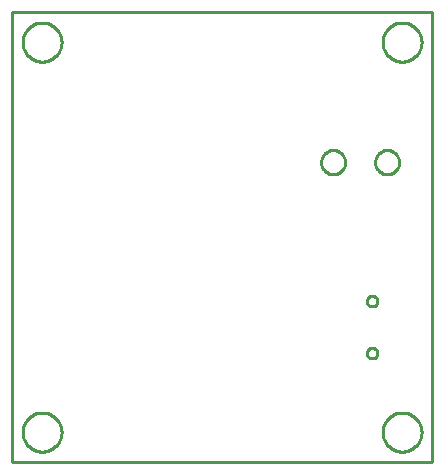
<source format=gbr>
G04 EAGLE Gerber RS-274X export*
G75*
%MOMM*%
%FSLAX34Y34*%
%LPD*%
%IN*%
%IPPOS*%
%AMOC8*
5,1,8,0,0,1.08239X$1,22.5*%
G01*
%ADD10C,0.254000*%


D10*
X-12700Y0D02*
X342900Y0D01*
X342900Y381000D01*
X-12700Y381000D01*
X-12700Y0D01*
X29210Y355060D02*
X29139Y353981D01*
X28998Y352909D01*
X28787Y351849D01*
X28508Y350805D01*
X28160Y349781D01*
X27746Y348783D01*
X27268Y347813D01*
X26728Y346877D01*
X26127Y345978D01*
X25469Y345121D01*
X24757Y344308D01*
X23992Y343544D01*
X23179Y342831D01*
X22322Y342173D01*
X21423Y341572D01*
X20487Y341032D01*
X19517Y340554D01*
X18519Y340140D01*
X17495Y339792D01*
X16451Y339513D01*
X15391Y339302D01*
X14319Y339161D01*
X13240Y339090D01*
X12160Y339090D01*
X11081Y339161D01*
X10009Y339302D01*
X8949Y339513D01*
X7905Y339792D01*
X6881Y340140D01*
X5883Y340554D01*
X4913Y341032D01*
X3977Y341572D01*
X3078Y342173D01*
X2221Y342831D01*
X1408Y343544D01*
X644Y344308D01*
X-69Y345121D01*
X-727Y345978D01*
X-1328Y346877D01*
X-1868Y347813D01*
X-2346Y348783D01*
X-2760Y349781D01*
X-3108Y350805D01*
X-3387Y351849D01*
X-3598Y352909D01*
X-3739Y353981D01*
X-3810Y355060D01*
X-3810Y356140D01*
X-3739Y357219D01*
X-3598Y358291D01*
X-3387Y359351D01*
X-3108Y360395D01*
X-2760Y361419D01*
X-2346Y362417D01*
X-1868Y363387D01*
X-1328Y364323D01*
X-727Y365222D01*
X-69Y366079D01*
X644Y366892D01*
X1408Y367657D01*
X2221Y368369D01*
X3078Y369027D01*
X3977Y369628D01*
X4913Y370168D01*
X5883Y370646D01*
X6881Y371060D01*
X7905Y371408D01*
X8949Y371687D01*
X10009Y371898D01*
X11081Y372039D01*
X12160Y372110D01*
X13240Y372110D01*
X14319Y372039D01*
X15391Y371898D01*
X16451Y371687D01*
X17495Y371408D01*
X18519Y371060D01*
X19517Y370646D01*
X20487Y370168D01*
X21423Y369628D01*
X22322Y369027D01*
X23179Y368369D01*
X23992Y367657D01*
X24757Y366892D01*
X25469Y366079D01*
X26127Y365222D01*
X26728Y364323D01*
X27268Y363387D01*
X27746Y362417D01*
X28160Y361419D01*
X28508Y360395D01*
X28787Y359351D01*
X28998Y358291D01*
X29139Y357219D01*
X29210Y356140D01*
X29210Y355060D01*
X334010Y355060D02*
X333939Y353981D01*
X333798Y352909D01*
X333587Y351849D01*
X333308Y350805D01*
X332960Y349781D01*
X332546Y348783D01*
X332068Y347813D01*
X331528Y346877D01*
X330927Y345978D01*
X330269Y345121D01*
X329557Y344308D01*
X328792Y343544D01*
X327979Y342831D01*
X327122Y342173D01*
X326223Y341572D01*
X325287Y341032D01*
X324317Y340554D01*
X323319Y340140D01*
X322295Y339792D01*
X321251Y339513D01*
X320191Y339302D01*
X319119Y339161D01*
X318040Y339090D01*
X316960Y339090D01*
X315881Y339161D01*
X314809Y339302D01*
X313749Y339513D01*
X312705Y339792D01*
X311681Y340140D01*
X310683Y340554D01*
X309713Y341032D01*
X308777Y341572D01*
X307878Y342173D01*
X307021Y342831D01*
X306208Y343544D01*
X305444Y344308D01*
X304731Y345121D01*
X304073Y345978D01*
X303472Y346877D01*
X302932Y347813D01*
X302454Y348783D01*
X302040Y349781D01*
X301692Y350805D01*
X301413Y351849D01*
X301202Y352909D01*
X301061Y353981D01*
X300990Y355060D01*
X300990Y356140D01*
X301061Y357219D01*
X301202Y358291D01*
X301413Y359351D01*
X301692Y360395D01*
X302040Y361419D01*
X302454Y362417D01*
X302932Y363387D01*
X303472Y364323D01*
X304073Y365222D01*
X304731Y366079D01*
X305444Y366892D01*
X306208Y367657D01*
X307021Y368369D01*
X307878Y369027D01*
X308777Y369628D01*
X309713Y370168D01*
X310683Y370646D01*
X311681Y371060D01*
X312705Y371408D01*
X313749Y371687D01*
X314809Y371898D01*
X315881Y372039D01*
X316960Y372110D01*
X318040Y372110D01*
X319119Y372039D01*
X320191Y371898D01*
X321251Y371687D01*
X322295Y371408D01*
X323319Y371060D01*
X324317Y370646D01*
X325287Y370168D01*
X326223Y369628D01*
X327122Y369027D01*
X327979Y368369D01*
X328792Y367657D01*
X329557Y366892D01*
X330269Y366079D01*
X330927Y365222D01*
X331528Y364323D01*
X332068Y363387D01*
X332546Y362417D01*
X332960Y361419D01*
X333308Y360395D01*
X333587Y359351D01*
X333798Y358291D01*
X333939Y357219D01*
X334010Y356140D01*
X334010Y355060D01*
X334010Y24860D02*
X333939Y23781D01*
X333798Y22709D01*
X333587Y21649D01*
X333308Y20605D01*
X332960Y19581D01*
X332546Y18583D01*
X332068Y17613D01*
X331528Y16677D01*
X330927Y15778D01*
X330269Y14921D01*
X329557Y14108D01*
X328792Y13344D01*
X327979Y12631D01*
X327122Y11973D01*
X326223Y11372D01*
X325287Y10832D01*
X324317Y10354D01*
X323319Y9940D01*
X322295Y9592D01*
X321251Y9313D01*
X320191Y9102D01*
X319119Y8961D01*
X318040Y8890D01*
X316960Y8890D01*
X315881Y8961D01*
X314809Y9102D01*
X313749Y9313D01*
X312705Y9592D01*
X311681Y9940D01*
X310683Y10354D01*
X309713Y10832D01*
X308777Y11372D01*
X307878Y11973D01*
X307021Y12631D01*
X306208Y13344D01*
X305444Y14108D01*
X304731Y14921D01*
X304073Y15778D01*
X303472Y16677D01*
X302932Y17613D01*
X302454Y18583D01*
X302040Y19581D01*
X301692Y20605D01*
X301413Y21649D01*
X301202Y22709D01*
X301061Y23781D01*
X300990Y24860D01*
X300990Y25940D01*
X301061Y27019D01*
X301202Y28091D01*
X301413Y29151D01*
X301692Y30195D01*
X302040Y31219D01*
X302454Y32217D01*
X302932Y33187D01*
X303472Y34123D01*
X304073Y35022D01*
X304731Y35879D01*
X305444Y36692D01*
X306208Y37457D01*
X307021Y38169D01*
X307878Y38827D01*
X308777Y39428D01*
X309713Y39968D01*
X310683Y40446D01*
X311681Y40860D01*
X312705Y41208D01*
X313749Y41487D01*
X314809Y41698D01*
X315881Y41839D01*
X316960Y41910D01*
X318040Y41910D01*
X319119Y41839D01*
X320191Y41698D01*
X321251Y41487D01*
X322295Y41208D01*
X323319Y40860D01*
X324317Y40446D01*
X325287Y39968D01*
X326223Y39428D01*
X327122Y38827D01*
X327979Y38169D01*
X328792Y37457D01*
X329557Y36692D01*
X330269Y35879D01*
X330927Y35022D01*
X331528Y34123D01*
X332068Y33187D01*
X332546Y32217D01*
X332960Y31219D01*
X333308Y30195D01*
X333587Y29151D01*
X333798Y28091D01*
X333939Y27019D01*
X334010Y25940D01*
X334010Y24860D01*
X29210Y24860D02*
X29139Y23781D01*
X28998Y22709D01*
X28787Y21649D01*
X28508Y20605D01*
X28160Y19581D01*
X27746Y18583D01*
X27268Y17613D01*
X26728Y16677D01*
X26127Y15778D01*
X25469Y14921D01*
X24757Y14108D01*
X23992Y13344D01*
X23179Y12631D01*
X22322Y11973D01*
X21423Y11372D01*
X20487Y10832D01*
X19517Y10354D01*
X18519Y9940D01*
X17495Y9592D01*
X16451Y9313D01*
X15391Y9102D01*
X14319Y8961D01*
X13240Y8890D01*
X12160Y8890D01*
X11081Y8961D01*
X10009Y9102D01*
X8949Y9313D01*
X7905Y9592D01*
X6881Y9940D01*
X5883Y10354D01*
X4913Y10832D01*
X3977Y11372D01*
X3078Y11973D01*
X2221Y12631D01*
X1408Y13344D01*
X644Y14108D01*
X-69Y14921D01*
X-727Y15778D01*
X-1328Y16677D01*
X-1868Y17613D01*
X-2346Y18583D01*
X-2760Y19581D01*
X-3108Y20605D01*
X-3387Y21649D01*
X-3598Y22709D01*
X-3739Y23781D01*
X-3810Y24860D01*
X-3810Y25940D01*
X-3739Y27019D01*
X-3598Y28091D01*
X-3387Y29151D01*
X-3108Y30195D01*
X-2760Y31219D01*
X-2346Y32217D01*
X-1868Y33187D01*
X-1328Y34123D01*
X-727Y35022D01*
X-69Y35879D01*
X644Y36692D01*
X1408Y37457D01*
X2221Y38169D01*
X3078Y38827D01*
X3977Y39428D01*
X4913Y39968D01*
X5883Y40446D01*
X6881Y40860D01*
X7905Y41208D01*
X8949Y41487D01*
X10009Y41698D01*
X11081Y41839D01*
X12160Y41910D01*
X13240Y41910D01*
X14319Y41839D01*
X15391Y41698D01*
X16451Y41487D01*
X17495Y41208D01*
X18519Y40860D01*
X19517Y40446D01*
X20487Y39968D01*
X21423Y39428D01*
X22322Y38827D01*
X23179Y38169D01*
X23992Y37457D01*
X24757Y36692D01*
X25469Y35879D01*
X26127Y35022D01*
X26728Y34123D01*
X27268Y33187D01*
X27746Y32217D01*
X28160Y31219D01*
X28508Y30195D01*
X28787Y29151D01*
X28998Y28091D01*
X29139Y27019D01*
X29210Y25940D01*
X29210Y24860D01*
X287600Y92595D02*
X287677Y93180D01*
X287830Y93750D01*
X288055Y94295D01*
X288350Y94805D01*
X288709Y95273D01*
X289127Y95691D01*
X289595Y96050D01*
X290105Y96345D01*
X290650Y96570D01*
X291220Y96723D01*
X291805Y96800D01*
X292395Y96800D01*
X292980Y96723D01*
X293550Y96570D01*
X294095Y96345D01*
X294605Y96050D01*
X295073Y95691D01*
X295491Y95273D01*
X295850Y94805D01*
X296145Y94295D01*
X296370Y93750D01*
X296523Y93180D01*
X296600Y92595D01*
X296600Y92005D01*
X296523Y91420D01*
X296370Y90850D01*
X296145Y90305D01*
X295850Y89795D01*
X295491Y89327D01*
X295073Y88909D01*
X294605Y88550D01*
X294095Y88255D01*
X293550Y88030D01*
X292980Y87877D01*
X292395Y87800D01*
X291805Y87800D01*
X291220Y87877D01*
X290650Y88030D01*
X290105Y88255D01*
X289595Y88550D01*
X289127Y88909D01*
X288709Y89327D01*
X288350Y89795D01*
X288055Y90305D01*
X287830Y90850D01*
X287677Y91420D01*
X287600Y92005D01*
X287600Y92595D01*
X287600Y136595D02*
X287677Y137180D01*
X287830Y137750D01*
X288055Y138295D01*
X288350Y138805D01*
X288709Y139273D01*
X289127Y139691D01*
X289595Y140050D01*
X290105Y140345D01*
X290650Y140570D01*
X291220Y140723D01*
X291805Y140800D01*
X292395Y140800D01*
X292980Y140723D01*
X293550Y140570D01*
X294095Y140345D01*
X294605Y140050D01*
X295073Y139691D01*
X295491Y139273D01*
X295850Y138805D01*
X296145Y138295D01*
X296370Y137750D01*
X296523Y137180D01*
X296600Y136595D01*
X296600Y136005D01*
X296523Y135420D01*
X296370Y134850D01*
X296145Y134305D01*
X295850Y133795D01*
X295491Y133327D01*
X295073Y132909D01*
X294605Y132550D01*
X294095Y132255D01*
X293550Y132030D01*
X292980Y131877D01*
X292395Y131800D01*
X291805Y131800D01*
X291220Y131877D01*
X290650Y132030D01*
X290105Y132255D01*
X289595Y132550D01*
X289127Y132909D01*
X288709Y133327D01*
X288350Y133795D01*
X288055Y134305D01*
X287830Y134850D01*
X287677Y135420D01*
X287600Y136005D01*
X287600Y136595D01*
X294640Y254444D02*
X294717Y255327D01*
X294871Y256201D01*
X295101Y257058D01*
X295404Y257892D01*
X295779Y258696D01*
X296223Y259464D01*
X296732Y260191D01*
X297302Y260871D01*
X297929Y261498D01*
X298609Y262068D01*
X299336Y262577D01*
X300104Y263021D01*
X300908Y263396D01*
X301742Y263699D01*
X302599Y263929D01*
X303473Y264083D01*
X304356Y264160D01*
X305244Y264160D01*
X306127Y264083D01*
X307001Y263929D01*
X307858Y263699D01*
X308692Y263396D01*
X309496Y263021D01*
X310264Y262577D01*
X310991Y262068D01*
X311671Y261498D01*
X312298Y260871D01*
X312868Y260191D01*
X313377Y259464D01*
X313821Y258696D01*
X314196Y257892D01*
X314499Y257058D01*
X314729Y256201D01*
X314883Y255327D01*
X314960Y254444D01*
X314960Y253556D01*
X314883Y252673D01*
X314729Y251799D01*
X314499Y250942D01*
X314196Y250108D01*
X313821Y249304D01*
X313377Y248536D01*
X312868Y247809D01*
X312298Y247129D01*
X311671Y246502D01*
X310991Y245932D01*
X310264Y245423D01*
X309496Y244979D01*
X308692Y244604D01*
X307858Y244301D01*
X307001Y244071D01*
X306127Y243917D01*
X305244Y243840D01*
X304356Y243840D01*
X303473Y243917D01*
X302599Y244071D01*
X301742Y244301D01*
X300908Y244604D01*
X300104Y244979D01*
X299336Y245423D01*
X298609Y245932D01*
X297929Y246502D01*
X297302Y247129D01*
X296732Y247809D01*
X296223Y248536D01*
X295779Y249304D01*
X295404Y250108D01*
X295101Y250942D01*
X294871Y251799D01*
X294717Y252673D01*
X294640Y253556D01*
X294640Y254444D01*
X248920Y254444D02*
X248997Y255327D01*
X249151Y256201D01*
X249381Y257058D01*
X249684Y257892D01*
X250059Y258696D01*
X250503Y259464D01*
X251012Y260191D01*
X251582Y260871D01*
X252209Y261498D01*
X252889Y262068D01*
X253616Y262577D01*
X254384Y263021D01*
X255188Y263396D01*
X256022Y263699D01*
X256879Y263929D01*
X257753Y264083D01*
X258636Y264160D01*
X259524Y264160D01*
X260407Y264083D01*
X261281Y263929D01*
X262138Y263699D01*
X262972Y263396D01*
X263776Y263021D01*
X264544Y262577D01*
X265271Y262068D01*
X265951Y261498D01*
X266578Y260871D01*
X267148Y260191D01*
X267657Y259464D01*
X268101Y258696D01*
X268476Y257892D01*
X268779Y257058D01*
X269009Y256201D01*
X269163Y255327D01*
X269240Y254444D01*
X269240Y253556D01*
X269163Y252673D01*
X269009Y251799D01*
X268779Y250942D01*
X268476Y250108D01*
X268101Y249304D01*
X267657Y248536D01*
X267148Y247809D01*
X266578Y247129D01*
X265951Y246502D01*
X265271Y245932D01*
X264544Y245423D01*
X263776Y244979D01*
X262972Y244604D01*
X262138Y244301D01*
X261281Y244071D01*
X260407Y243917D01*
X259524Y243840D01*
X258636Y243840D01*
X257753Y243917D01*
X256879Y244071D01*
X256022Y244301D01*
X255188Y244604D01*
X254384Y244979D01*
X253616Y245423D01*
X252889Y245932D01*
X252209Y246502D01*
X251582Y247129D01*
X251012Y247809D01*
X250503Y248536D01*
X250059Y249304D01*
X249684Y250108D01*
X249381Y250942D01*
X249151Y251799D01*
X248997Y252673D01*
X248920Y253556D01*
X248920Y254444D01*
M02*

</source>
